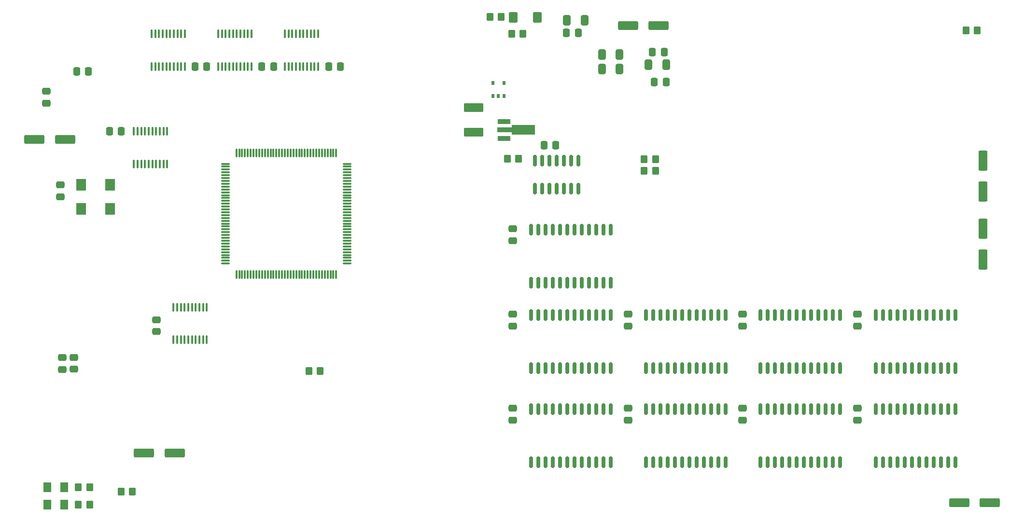
<source format=gbr>
G04 #@! TF.GenerationSoftware,KiCad,Pcbnew,7.0.6-0*
G04 #@! TF.CreationDate,2024-03-03T17:22:18+01:00*
G04 #@! TF.ProjectId,Z3660_v021d,5a333636-305f-4763-9032-31642e6b6963,v0.21d*
G04 #@! TF.SameCoordinates,Original*
G04 #@! TF.FileFunction,Paste,Top*
G04 #@! TF.FilePolarity,Positive*
%FSLAX46Y46*%
G04 Gerber Fmt 4.6, Leading zero omitted, Abs format (unit mm)*
G04 Created by KiCad (PCBNEW 7.0.6-0) date 2024-03-03 17:22:18*
%MOMM*%
%LPD*%
G01*
G04 APERTURE LIST*
G04 Aperture macros list*
%AMRoundRect*
0 Rectangle with rounded corners*
0 $1 Rounding radius*
0 $2 $3 $4 $5 $6 $7 $8 $9 X,Y pos of 4 corners*
0 Add a 4 corners polygon primitive as box body*
4,1,4,$2,$3,$4,$5,$6,$7,$8,$9,$2,$3,0*
0 Add four circle primitives for the rounded corners*
1,1,$1+$1,$2,$3*
1,1,$1+$1,$4,$5*
1,1,$1+$1,$6,$7*
1,1,$1+$1,$8,$9*
0 Add four rect primitives between the rounded corners*
20,1,$1+$1,$2,$3,$4,$5,0*
20,1,$1+$1,$4,$5,$6,$7,0*
20,1,$1+$1,$6,$7,$8,$9,0*
20,1,$1+$1,$8,$9,$2,$3,0*%
%AMFreePoly0*
4,1,9,5.362500,-0.866500,1.237500,-0.866500,1.237500,-0.450000,-1.237500,-0.450000,-1.237500,0.450000,1.237500,0.450000,1.237500,0.866500,5.362500,0.866500,5.362500,-0.866500,5.362500,-0.866500,$1*%
G04 Aperture macros list end*
%ADD10RoundRect,0.150000X0.150000X-0.825000X0.150000X0.825000X-0.150000X0.825000X-0.150000X-0.825000X0*%
%ADD11RoundRect,0.075000X0.662500X0.075000X-0.662500X0.075000X-0.662500X-0.075000X0.662500X-0.075000X0*%
%ADD12RoundRect,0.075000X0.075000X0.662500X-0.075000X0.662500X-0.075000X-0.662500X0.075000X-0.662500X0*%
%ADD13RoundRect,0.250000X-1.500000X-0.550000X1.500000X-0.550000X1.500000X0.550000X-1.500000X0.550000X0*%
%ADD14RoundRect,0.250000X0.550000X-1.500000X0.550000X1.500000X-0.550000X1.500000X-0.550000X-1.500000X0*%
%ADD15RoundRect,0.250000X0.475000X-0.337500X0.475000X0.337500X-0.475000X0.337500X-0.475000X-0.337500X0*%
%ADD16RoundRect,0.250000X-0.475000X0.337500X-0.475000X-0.337500X0.475000X-0.337500X0.475000X0.337500X0*%
%ADD17RoundRect,0.250000X-0.350000X-0.450000X0.350000X-0.450000X0.350000X0.450000X-0.350000X0.450000X0*%
%ADD18RoundRect,0.250000X-1.450000X0.537500X-1.450000X-0.537500X1.450000X-0.537500X1.450000X0.537500X0*%
%ADD19R,2.300000X0.900000*%
%ADD20FreePoly0,0.000000*%
%ADD21RoundRect,0.250000X-0.337500X-0.475000X0.337500X-0.475000X0.337500X0.475000X-0.337500X0.475000X0*%
%ADD22RoundRect,0.150000X0.150000X-0.875000X0.150000X0.875000X-0.150000X0.875000X-0.150000X-0.875000X0*%
%ADD23R,1.800000X2.000000*%
%ADD24RoundRect,0.250000X0.337500X0.475000X-0.337500X0.475000X-0.337500X-0.475000X0.337500X-0.475000X0*%
%ADD25RoundRect,0.250000X-0.550000X1.500000X-0.550000X-1.500000X0.550000X-1.500000X0.550000X1.500000X0*%
%ADD26RoundRect,0.250000X0.412500X0.650000X-0.412500X0.650000X-0.412500X-0.650000X0.412500X-0.650000X0*%
%ADD27RoundRect,0.250000X-0.412500X-0.650000X0.412500X-0.650000X0.412500X0.650000X-0.412500X0.650000X0*%
%ADD28RoundRect,0.250001X0.462499X0.624999X-0.462499X0.624999X-0.462499X-0.624999X0.462499X-0.624999X0*%
%ADD29RoundRect,0.249998X-0.537502X-0.650002X0.537502X-0.650002X0.537502X0.650002X-0.537502X0.650002X0*%
%ADD30RoundRect,0.100000X0.100000X-0.637500X0.100000X0.637500X-0.100000X0.637500X-0.100000X-0.637500X0*%
%ADD31RoundRect,0.100000X-0.100000X0.637500X-0.100000X-0.637500X0.100000X-0.637500X0.100000X0.637500X0*%
%ADD32RoundRect,0.250000X0.350000X0.450000X-0.350000X0.450000X-0.350000X-0.450000X0.350000X-0.450000X0*%
%ADD33R,0.510000X0.700000*%
G04 APERTURE END LIST*
D10*
X170474000Y-61927000D03*
X171744000Y-61927000D03*
X173014000Y-61927000D03*
X174284000Y-61927000D03*
X175554000Y-61927000D03*
X176824000Y-61927000D03*
X178094000Y-61927000D03*
X178094000Y-56977000D03*
X176824000Y-56977000D03*
X175554000Y-56977000D03*
X174284000Y-56977000D03*
X173014000Y-56977000D03*
X171744000Y-56977000D03*
X170474000Y-56977000D03*
D11*
X137535500Y-75044000D03*
X137535500Y-74544000D03*
X137535500Y-74044000D03*
X137535500Y-73544000D03*
X137535500Y-73044000D03*
X137535500Y-72544000D03*
X137535500Y-72044000D03*
X137535500Y-71544000D03*
X137535500Y-71044000D03*
X137535500Y-70544000D03*
X137535500Y-70044000D03*
X137535500Y-69544000D03*
X137535500Y-69044000D03*
X137535500Y-68544000D03*
X137535500Y-68044000D03*
X137535500Y-67544000D03*
X137535500Y-67044000D03*
X137535500Y-66544000D03*
X137535500Y-66044000D03*
X137535500Y-65544000D03*
X137535500Y-65044000D03*
X137535500Y-64544000D03*
X137535500Y-64044000D03*
X137535500Y-63544000D03*
X137535500Y-63044000D03*
X137535500Y-62544000D03*
X137535500Y-62044000D03*
X137535500Y-61544000D03*
X137535500Y-61044000D03*
X137535500Y-60544000D03*
X137535500Y-60044000D03*
X137535500Y-59544000D03*
X137535500Y-59044000D03*
X137535500Y-58544000D03*
X137535500Y-58044000D03*
X137535500Y-57544000D03*
D12*
X135623000Y-55631500D03*
X135123000Y-55631500D03*
X134623000Y-55631500D03*
X134123000Y-55631500D03*
X133623000Y-55631500D03*
X133123000Y-55631500D03*
X132623000Y-55631500D03*
X132123000Y-55631500D03*
X131623000Y-55631500D03*
X131123000Y-55631500D03*
X130623000Y-55631500D03*
X130123000Y-55631500D03*
X129623000Y-55631500D03*
X129123000Y-55631500D03*
X128623000Y-55631500D03*
X128123000Y-55631500D03*
X127623000Y-55631500D03*
X127123000Y-55631500D03*
X126623000Y-55631500D03*
X126123000Y-55631500D03*
X125623000Y-55631500D03*
X125123000Y-55631500D03*
X124623000Y-55631500D03*
X124123000Y-55631500D03*
X123623000Y-55631500D03*
X123123000Y-55631500D03*
X122623000Y-55631500D03*
X122123000Y-55631500D03*
X121623000Y-55631500D03*
X121123000Y-55631500D03*
X120623000Y-55631500D03*
X120123000Y-55631500D03*
X119623000Y-55631500D03*
X119123000Y-55631500D03*
X118623000Y-55631500D03*
X118123000Y-55631500D03*
D11*
X116210500Y-57544000D03*
X116210500Y-58044000D03*
X116210500Y-58544000D03*
X116210500Y-59044000D03*
X116210500Y-59544000D03*
X116210500Y-60044000D03*
X116210500Y-60544000D03*
X116210500Y-61044000D03*
X116210500Y-61544000D03*
X116210500Y-62044000D03*
X116210500Y-62544000D03*
X116210500Y-63044000D03*
X116210500Y-63544000D03*
X116210500Y-64044000D03*
X116210500Y-64544000D03*
X116210500Y-65044000D03*
X116210500Y-65544000D03*
X116210500Y-66044000D03*
X116210500Y-66544000D03*
X116210500Y-67044000D03*
X116210500Y-67544000D03*
X116210500Y-68044000D03*
X116210500Y-68544000D03*
X116210500Y-69044000D03*
X116210500Y-69544000D03*
X116210500Y-70044000D03*
X116210500Y-70544000D03*
X116210500Y-71044000D03*
X116210500Y-71544000D03*
X116210500Y-72044000D03*
X116210500Y-72544000D03*
X116210500Y-73044000D03*
X116210500Y-73544000D03*
X116210500Y-74044000D03*
X116210500Y-74544000D03*
X116210500Y-75044000D03*
D12*
X118123000Y-76956500D03*
X118623000Y-76956500D03*
X119123000Y-76956500D03*
X119623000Y-76956500D03*
X120123000Y-76956500D03*
X120623000Y-76956500D03*
X121123000Y-76956500D03*
X121623000Y-76956500D03*
X122123000Y-76956500D03*
X122623000Y-76956500D03*
X123123000Y-76956500D03*
X123623000Y-76956500D03*
X124123000Y-76956500D03*
X124623000Y-76956500D03*
X125123000Y-76956500D03*
X125623000Y-76956500D03*
X126123000Y-76956500D03*
X126623000Y-76956500D03*
X127123000Y-76956500D03*
X127623000Y-76956500D03*
X128123000Y-76956500D03*
X128623000Y-76956500D03*
X129123000Y-76956500D03*
X129623000Y-76956500D03*
X130123000Y-76956500D03*
X130623000Y-76956500D03*
X131123000Y-76956500D03*
X131623000Y-76956500D03*
X132123000Y-76956500D03*
X132623000Y-76956500D03*
X133123000Y-76956500D03*
X133623000Y-76956500D03*
X134123000Y-76956500D03*
X134623000Y-76956500D03*
X135123000Y-76956500D03*
X135623000Y-76956500D03*
D13*
X101927700Y-108305600D03*
X107327700Y-108305600D03*
X82694800Y-53238398D03*
X88094800Y-53238398D03*
X186784000Y-33300000D03*
X192184000Y-33300000D03*
X244873800Y-117017800D03*
X250273800Y-117017800D03*
D14*
X249047000Y-74328000D03*
X249047000Y-68928000D03*
D15*
X87274400Y-63318300D03*
X87274400Y-61243300D03*
D16*
X206883000Y-100435500D03*
X206883000Y-102510500D03*
D17*
X168386000Y-34696400D03*
X166386000Y-34696400D03*
D18*
X159766000Y-47697300D03*
X159766000Y-51972300D03*
D19*
X165083600Y-50112800D03*
D20*
X165171100Y-51612800D03*
D19*
X165083600Y-53112800D03*
D21*
X172063500Y-54245000D03*
X174138500Y-54245000D03*
D16*
X166624000Y-68939500D03*
X166624000Y-71014500D03*
X166624000Y-83925500D03*
X166624000Y-86000500D03*
X206883000Y-83925500D03*
X206883000Y-86000500D03*
X166624000Y-100435500D03*
X166624000Y-102510500D03*
X227076000Y-83925500D03*
X227076000Y-86000500D03*
X186817000Y-83925500D03*
X186817000Y-86000500D03*
X186817000Y-100435500D03*
X186817000Y-102510500D03*
D17*
X191627000Y-58801000D03*
X189627000Y-58801000D03*
X191611000Y-56769000D03*
X189611000Y-56769000D03*
D22*
X189992000Y-93423000D03*
X191262000Y-93423000D03*
X192532000Y-93423000D03*
X193802000Y-93423000D03*
X195072000Y-93423000D03*
X196342000Y-93423000D03*
X197612000Y-93423000D03*
X198882000Y-93423000D03*
X200152000Y-93423000D03*
X201422000Y-93423000D03*
X202692000Y-93423000D03*
X203962000Y-93423000D03*
X203962000Y-84123000D03*
X202692000Y-84123000D03*
X201422000Y-84123000D03*
X200152000Y-84123000D03*
X198882000Y-84123000D03*
X197612000Y-84123000D03*
X196342000Y-84123000D03*
X195072000Y-84123000D03*
X193802000Y-84123000D03*
X192532000Y-84123000D03*
X191262000Y-84123000D03*
X189992000Y-84123000D03*
X169799000Y-93423000D03*
X171069000Y-93423000D03*
X172339000Y-93423000D03*
X173609000Y-93423000D03*
X174879000Y-93423000D03*
X176149000Y-93423000D03*
X177419000Y-93423000D03*
X178689000Y-93423000D03*
X179959000Y-93423000D03*
X181229000Y-93423000D03*
X182499000Y-93423000D03*
X183769000Y-93423000D03*
X183769000Y-84123000D03*
X182499000Y-84123000D03*
X181229000Y-84123000D03*
X179959000Y-84123000D03*
X178689000Y-84123000D03*
X177419000Y-84123000D03*
X176149000Y-84123000D03*
X174879000Y-84123000D03*
X173609000Y-84123000D03*
X172339000Y-84123000D03*
X171069000Y-84123000D03*
X169799000Y-84123000D03*
X210058000Y-93423000D03*
X211328000Y-93423000D03*
X212598000Y-93423000D03*
X213868000Y-93423000D03*
X215138000Y-93423000D03*
X216408000Y-93423000D03*
X217678000Y-93423000D03*
X218948000Y-93423000D03*
X220218000Y-93423000D03*
X221488000Y-93423000D03*
X222758000Y-93423000D03*
X224028000Y-93423000D03*
X224028000Y-84123000D03*
X222758000Y-84123000D03*
X221488000Y-84123000D03*
X220218000Y-84123000D03*
X218948000Y-84123000D03*
X217678000Y-84123000D03*
X216408000Y-84123000D03*
X215138000Y-84123000D03*
X213868000Y-84123000D03*
X212598000Y-84123000D03*
X211328000Y-84123000D03*
X210058000Y-84123000D03*
X230251000Y-93423000D03*
X231521000Y-93423000D03*
X232791000Y-93423000D03*
X234061000Y-93423000D03*
X235331000Y-93423000D03*
X236601000Y-93423000D03*
X237871000Y-93423000D03*
X239141000Y-93423000D03*
X240411000Y-93423000D03*
X241681000Y-93423000D03*
X242951000Y-93423000D03*
X244221000Y-93423000D03*
X244221000Y-84123000D03*
X242951000Y-84123000D03*
X241681000Y-84123000D03*
X240411000Y-84123000D03*
X239141000Y-84123000D03*
X237871000Y-84123000D03*
X236601000Y-84123000D03*
X235331000Y-84123000D03*
X234061000Y-84123000D03*
X232791000Y-84123000D03*
X231521000Y-84123000D03*
X230251000Y-84123000D03*
D16*
X227076000Y-100435500D03*
X227076000Y-102510500D03*
D23*
X96012000Y-61247600D03*
X90932000Y-61247600D03*
X90932000Y-65447600D03*
X96012000Y-65447600D03*
D24*
X178075500Y-34594800D03*
X176000500Y-34594800D03*
D25*
X249047000Y-56990000D03*
X249047000Y-62390000D03*
D26*
X179197000Y-32359600D03*
X176072000Y-32359600D03*
D27*
X190359500Y-40132000D03*
X193484500Y-40132000D03*
D26*
X185331500Y-38354000D03*
X182206500Y-38354000D03*
X185331500Y-40894000D03*
X182206500Y-40894000D03*
D21*
X191409500Y-43180000D03*
X193484500Y-43180000D03*
X191062500Y-37900000D03*
X193137500Y-37900000D03*
D16*
X84836000Y-44809500D03*
X84836000Y-46884500D03*
D15*
X87613000Y-93620500D03*
X87613000Y-91545500D03*
X89645000Y-93599000D03*
X89645000Y-91524000D03*
D22*
X169799000Y-78437000D03*
X171069000Y-78437000D03*
X172339000Y-78437000D03*
X173609000Y-78437000D03*
X174879000Y-78437000D03*
X176149000Y-78437000D03*
X177419000Y-78437000D03*
X178689000Y-78437000D03*
X179959000Y-78437000D03*
X181229000Y-78437000D03*
X182499000Y-78437000D03*
X183769000Y-78437000D03*
X183769000Y-69137000D03*
X182499000Y-69137000D03*
X181229000Y-69137000D03*
X179959000Y-69137000D03*
X178689000Y-69137000D03*
X177419000Y-69137000D03*
X176149000Y-69137000D03*
X174879000Y-69137000D03*
X173609000Y-69137000D03*
X172339000Y-69137000D03*
X171069000Y-69137000D03*
X169799000Y-69137000D03*
X230251000Y-109933000D03*
X231521000Y-109933000D03*
X232791000Y-109933000D03*
X234061000Y-109933000D03*
X235331000Y-109933000D03*
X236601000Y-109933000D03*
X237871000Y-109933000D03*
X239141000Y-109933000D03*
X240411000Y-109933000D03*
X241681000Y-109933000D03*
X242951000Y-109933000D03*
X244221000Y-109933000D03*
X244221000Y-100633000D03*
X242951000Y-100633000D03*
X241681000Y-100633000D03*
X240411000Y-100633000D03*
X239141000Y-100633000D03*
X237871000Y-100633000D03*
X236601000Y-100633000D03*
X235331000Y-100633000D03*
X234061000Y-100633000D03*
X232791000Y-100633000D03*
X231521000Y-100633000D03*
X230251000Y-100633000D03*
X210058000Y-109933000D03*
X211328000Y-109933000D03*
X212598000Y-109933000D03*
X213868000Y-109933000D03*
X215138000Y-109933000D03*
X216408000Y-109933000D03*
X217678000Y-109933000D03*
X218948000Y-109933000D03*
X220218000Y-109933000D03*
X221488000Y-109933000D03*
X222758000Y-109933000D03*
X224028000Y-109933000D03*
X224028000Y-100633000D03*
X222758000Y-100633000D03*
X221488000Y-100633000D03*
X220218000Y-100633000D03*
X218948000Y-100633000D03*
X217678000Y-100633000D03*
X216408000Y-100633000D03*
X215138000Y-100633000D03*
X213868000Y-100633000D03*
X212598000Y-100633000D03*
X211328000Y-100633000D03*
X210058000Y-100633000D03*
X189992000Y-109933000D03*
X191262000Y-109933000D03*
X192532000Y-109933000D03*
X193802000Y-109933000D03*
X195072000Y-109933000D03*
X196342000Y-109933000D03*
X197612000Y-109933000D03*
X198882000Y-109933000D03*
X200152000Y-109933000D03*
X201422000Y-109933000D03*
X202692000Y-109933000D03*
X203962000Y-109933000D03*
X203962000Y-100633000D03*
X202692000Y-100633000D03*
X201422000Y-100633000D03*
X200152000Y-100633000D03*
X198882000Y-100633000D03*
X197612000Y-100633000D03*
X196342000Y-100633000D03*
X195072000Y-100633000D03*
X193802000Y-100633000D03*
X192532000Y-100633000D03*
X191262000Y-100633000D03*
X189992000Y-100633000D03*
X169799000Y-109933000D03*
X171069000Y-109933000D03*
X172339000Y-109933000D03*
X173609000Y-109933000D03*
X174879000Y-109933000D03*
X176149000Y-109933000D03*
X177419000Y-109933000D03*
X178689000Y-109933000D03*
X179959000Y-109933000D03*
X181229000Y-109933000D03*
X182499000Y-109933000D03*
X183769000Y-109933000D03*
X183769000Y-100633000D03*
X182499000Y-100633000D03*
X181229000Y-100633000D03*
X179959000Y-100633000D03*
X178689000Y-100633000D03*
X177419000Y-100633000D03*
X176149000Y-100633000D03*
X174879000Y-100633000D03*
X173609000Y-100633000D03*
X172339000Y-100633000D03*
X171069000Y-100633000D03*
X169799000Y-100633000D03*
D28*
X87926500Y-114300000D03*
X84951500Y-114300000D03*
D17*
X92424000Y-114300000D03*
X90424000Y-114300000D03*
D28*
X87953487Y-117348000D03*
X84978487Y-117348000D03*
D17*
X92424000Y-117348000D03*
X90424000Y-117348000D03*
D29*
X166695500Y-31869000D03*
X170870500Y-31869000D03*
D21*
X90119200Y-41300400D03*
X92194200Y-41300400D03*
D17*
X164576000Y-31742000D03*
X162576000Y-31742000D03*
D16*
X104057200Y-84916100D03*
X104057200Y-86991100D03*
D21*
X110849500Y-40452800D03*
X112924500Y-40452800D03*
D30*
X107075800Y-88441700D03*
X107725800Y-88441700D03*
X108375800Y-88441700D03*
X109025800Y-88441700D03*
X109675800Y-88441700D03*
X110325800Y-88441700D03*
X110975800Y-88441700D03*
X111625800Y-88441700D03*
X112275800Y-88441700D03*
X112925800Y-88441700D03*
X112925800Y-82716700D03*
X112275800Y-82716700D03*
X111625800Y-82716700D03*
X110975800Y-82716700D03*
X110325800Y-82716700D03*
X109675800Y-82716700D03*
X109025800Y-82716700D03*
X108375800Y-82716700D03*
X107725800Y-82716700D03*
X107075800Y-82716700D03*
D31*
X109097000Y-34729500D03*
X108447000Y-34729500D03*
X107797000Y-34729500D03*
X107147000Y-34729500D03*
X106497000Y-34729500D03*
X105847000Y-34729500D03*
X105197000Y-34729500D03*
X104547000Y-34729500D03*
X103897000Y-34729500D03*
X103247000Y-34729500D03*
X103247000Y-40454500D03*
X103897000Y-40454500D03*
X104547000Y-40454500D03*
X105197000Y-40454500D03*
X105847000Y-40454500D03*
X106497000Y-40454500D03*
X107147000Y-40454500D03*
X107797000Y-40454500D03*
X108447000Y-40454500D03*
X109097000Y-40454500D03*
D32*
X97907600Y-115112800D03*
X99907600Y-115112800D03*
X130826000Y-93929200D03*
X132826000Y-93929200D03*
D21*
X134293700Y-40503600D03*
X136368700Y-40503600D03*
D24*
X97929100Y-51834800D03*
X95854100Y-51834800D03*
D32*
X246065800Y-34101600D03*
X248065800Y-34101600D03*
X165640000Y-56692800D03*
X167640000Y-56692800D03*
D33*
X163134000Y-45660800D03*
X164084000Y-45660800D03*
X165034000Y-45660800D03*
X165034000Y-43340800D03*
X163134000Y-43340800D03*
D30*
X100144000Y-57567500D03*
X100794000Y-57567500D03*
X101444000Y-57567500D03*
X102094000Y-57567500D03*
X102744000Y-57567500D03*
X103394000Y-57567500D03*
X104044000Y-57567500D03*
X104694000Y-57567500D03*
X105344000Y-57567500D03*
X105994000Y-57567500D03*
X105994000Y-51842500D03*
X105344000Y-51842500D03*
X104694000Y-51842500D03*
X104044000Y-51842500D03*
X103394000Y-51842500D03*
X102744000Y-51842500D03*
X102094000Y-51842500D03*
X101444000Y-51842500D03*
X100794000Y-51842500D03*
X100144000Y-51842500D03*
D31*
X132465000Y-34745500D03*
X131815000Y-34745500D03*
X131165000Y-34745500D03*
X130515000Y-34745500D03*
X129865000Y-34745500D03*
X129215000Y-34745500D03*
X128565000Y-34745500D03*
X127915000Y-34745500D03*
X127265000Y-34745500D03*
X126615000Y-34745500D03*
X126615000Y-40470500D03*
X127265000Y-40470500D03*
X127915000Y-40470500D03*
X128565000Y-40470500D03*
X129215000Y-40470500D03*
X129865000Y-40470500D03*
X130515000Y-40470500D03*
X131165000Y-40470500D03*
X131815000Y-40470500D03*
X132465000Y-40470500D03*
X120781000Y-34745500D03*
X120131000Y-34745500D03*
X119481000Y-34745500D03*
X118831000Y-34745500D03*
X118181000Y-34745500D03*
X117531000Y-34745500D03*
X116881000Y-34745500D03*
X116231000Y-34745500D03*
X115581000Y-34745500D03*
X114931000Y-34745500D03*
X114931000Y-40470500D03*
X115581000Y-40470500D03*
X116231000Y-40470500D03*
X116881000Y-40470500D03*
X117531000Y-40470500D03*
X118181000Y-40470500D03*
X118831000Y-40470500D03*
X119481000Y-40470500D03*
X120131000Y-40470500D03*
X120781000Y-40470500D03*
D21*
X122558900Y-40503600D03*
X124633900Y-40503600D03*
M02*

</source>
